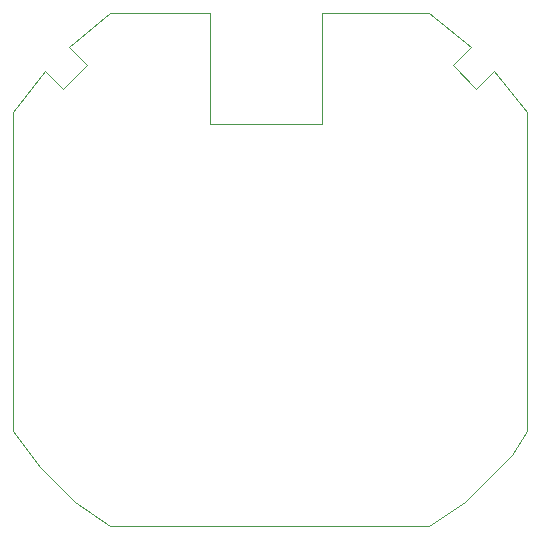
<source format=gm1>
G04 #@! TF.GenerationSoftware,KiCad,Pcbnew,5.0.1-33cea8e~68~ubuntu16.04.1*
G04 #@! TF.CreationDate,2018-11-21T16:15:50+02:00*
G04 #@! TF.ProjectId,livolo_2_channels_1way_eu_switch,6C69766F6C6F5F325F6368616E6E656C,rev?*
G04 #@! TF.SameCoordinates,Original*
G04 #@! TF.FileFunction,Profile,NP*
%FSLAX46Y46*%
G04 Gerber Fmt 4.6, Leading zero omitted, Abs format (unit mm)*
G04 Created by KiCad (PCBNEW 5.0.1-33cea8e~68~ubuntu16.04.1) date Wed 21 Nov 2018 16:15:50 EET*
%MOMM*%
%LPD*%
G01*
G04 APERTURE LIST*
%ADD10C,0.100000*%
G04 APERTURE END LIST*
D10*
X137300000Y-79600000D02*
X146800000Y-79600000D01*
X146800000Y-79600000D02*
X146800000Y-70200000D01*
X137300000Y-79600000D02*
X137300000Y-70200000D01*
X146800000Y-70200000D02*
X155900000Y-70200000D01*
X158900640Y-111602340D02*
X162910000Y-107590000D01*
X157899880Y-74602160D02*
X159898860Y-76601140D01*
X125898420Y-111602340D02*
X128900700Y-113601320D01*
X164200000Y-105600320D02*
X164200000Y-78600120D01*
X126899180Y-74602160D02*
X125400580Y-73101020D01*
X155900000Y-70200000D02*
X159398480Y-73101020D01*
X162910000Y-107590000D02*
X164200000Y-105600000D01*
X120700000Y-105600320D02*
X120700000Y-78600120D01*
X123399060Y-75100000D02*
X124900200Y-76601140D01*
X124900200Y-76601140D02*
X126899180Y-74602160D01*
X125400580Y-73101020D02*
X128900000Y-70200000D01*
X128900000Y-70200000D02*
X137300000Y-70200000D01*
X159898860Y-76601140D02*
X161400000Y-75100000D01*
X122940000Y-108610000D02*
X125898420Y-111602340D01*
X155898360Y-113601320D02*
X158900640Y-111602340D01*
X128900700Y-113601320D02*
X155898360Y-113601320D01*
X120700000Y-105600000D02*
X122940000Y-108610000D01*
X159398480Y-73101020D02*
X157899880Y-74602160D01*
X120700000Y-78600000D02*
X123399060Y-75100000D01*
X161400000Y-75100000D02*
X164200000Y-78600000D01*
M02*

</source>
